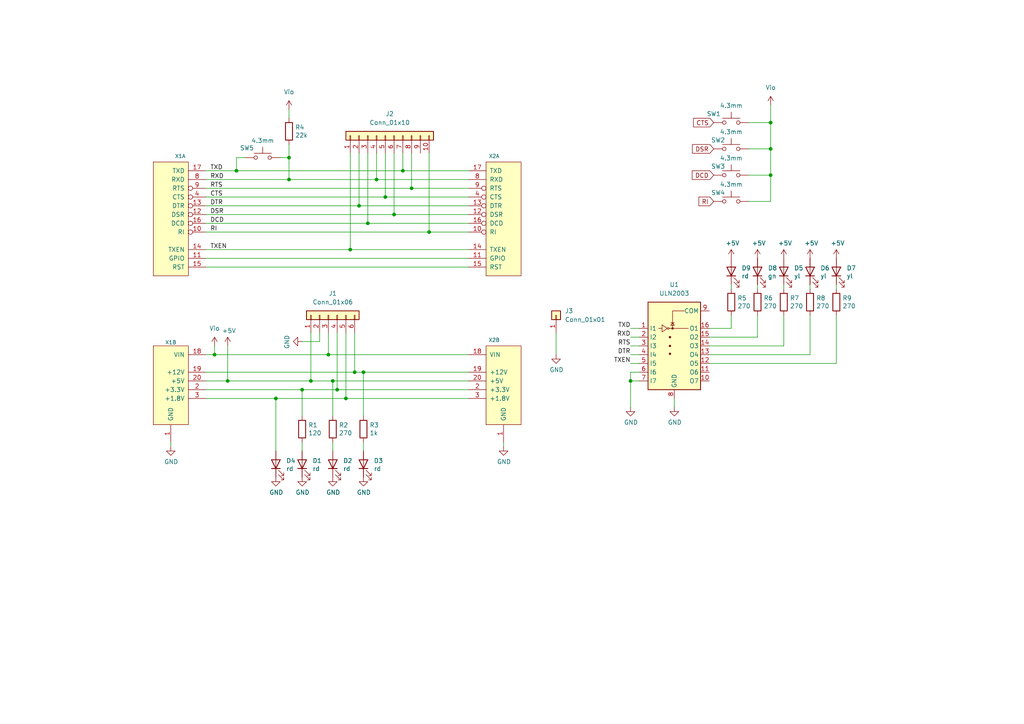
<source format=kicad_sch>
(kicad_sch (version 20250114) (generator "eeschema") (generator_version "9.0")
  (paper "A4")
  (lib_symbols
    (symbol "AllSerial:AllSerial_Connector" (pin_names (offset 1.016))
      (property "Reference" "X" (at -5.08 19.05 0))
      (symbol "AllSerial_Connector_1_0"
        (pin output line (at 10.16 15.24 180) (length 5.08) (name "TXD") (number "17"))
        (pin input line (at 10.16 12.7 180) (length 5.08) (name "RXD") (number "8"))
        (pin output inverted (at 10.16 10.16 180) (length 5.08) (name "RTS") (number "9"))
        (pin input inverted (at 10.16 7.62 180) (length 5.08) (name "CTS") (number "4"))
        (pin output inverted (at 10.16 5.08 180) (length 5.08) (name "DTR") (number "13"))
        (pin input inverted (at 10.16 2.54 180) (length 5.08) (name "DSR") (number "12"))
        (pin input inverted (at 10.16 0 180) (length 5.08) (name "DCD") (number "16"))
        (pin input inverted (at 10.16 -2.54 180) (length 5.08) (name "RI") (number "10"))
        (pin output line (at 10.16 -7.62 180) (length 5.08) (name "TXEN") (number "14"))
        (pin bidirectional line (at 10.16 -10.16 180) (length 5.08) (name "GPIO") (number "11"))
        (pin bidirectional line (at 10.16 -12.7 180) (length 5.08) (name "RST") (number "15"))
      )
      (symbol "AllSerial_Connector_1_1"
        (rectangle (start -5.08 17.78) (end 5.08 -15.24) (fill (type background)))
      )
      (symbol "AllSerial_Connector_2_0"
        (pin bidirectional line (at 0 -10.16 90) (length 5.08) (name "GND") (number "1"))
        (pin bidirectional line (at 10.16 15.24 180) (length 5.08) (name "VIN") (number "18"))
        (pin bidirectional line (at 10.16 10.16 180) (length 5.08) (name "+12V") (number "19"))
        (pin bidirectional line (at 10.16 7.62 180) (length 5.08) (name "+5V") (number "20"))
        (pin bidirectional line (at 10.16 5.08 180) (length 5.08) (name "+3.3V") (number "2"))
        (pin bidirectional line (at 10.16 2.54 180) (length 5.08) (name "+1.8V") (number "3"))
      )
      (symbol "AllSerial_Connector_2_1"
        (rectangle (start -5.08 17.78) (end 5.08 -5.08) (fill (type background)))
      )
      (symbol "AllSerial_Connector_3_0"
        (pin bidirectional line (at 10.16 15.24 180) (length 5.08) (name "VUSB") (number "7"))
        (pin bidirectional line (at 10.16 12.7 180) (length 5.08) (name "D+") (number "6"))
        (pin bidirectional line (at 10.16 10.16 180) (length 5.08) (name "D-") (number "5"))
      )
      (symbol "AllSerial_Connector_3_1"
        (rectangle (start -5.08 17.78) (end 5.08 7.62) (fill (type background)))
      )
    )
    (symbol "AllSerial:Vio" (power) (pin_names (offset 0))
      (property "Value" "Vio" (at 0 3.556 0))
      (symbol "Vio_0_1"
        (polyline (pts (xy -0.762 1.27) (xy 0 2.54)))
        (polyline (pts (xy 0 2.54) (xy 0.762 1.27)))
        (polyline (pts (xy 0 0) (xy 0 2.54)))
      )
      (symbol "Vio_1_1"
        (pin power_in line (at 0 0 90) (length 0) (hide yes) (name "Vio") (number "1"))
      )
    )
    (symbol "Connector_Generic:Conn_01x01" (pin_names (offset 1.016) (hide yes))
      (property "Reference" "J" (at 0 2.54 0))
      (property "Value" "Conn_01x01" (at 0 -2.54 0))
      (symbol "Conn_01x01_1_1"
        (rectangle (start -1.27 1.27) (end 1.27 -1.27) (stroke (width 0.254)) (fill (type background)))
        (rectangle (start -1.27 0.127) (end 0 -0.127) (stroke (width 0.1524)))
        (pin passive line (at -5.08 0 0) (length 3.81) (name "Pin_1") (number "1"))
      )
    )
    (symbol "Connector_Generic:Conn_01x06" (pin_names (offset 1.016) (hide yes))
      (property "Reference" "J" (at 0 7.62 0))
      (property "Value" "Conn_01x06" (at 0 -10.16 0))
      (symbol "Conn_01x06_1_1"
        (rectangle (start -1.27 6.35) (end 1.27 -8.89) (stroke (width 0.254)) (fill (type background)))
        (rectangle (start -1.27 5.207) (end 0 4.953) (stroke (width 0.1524)))
        (rectangle (start -1.27 2.667) (end 0 2.413) (stroke (width 0.1524)))
        (rectangle (start -1.27 0.127) (end 0 -0.127) (stroke (width 0.1524)))
        (rectangle (start -1.27 -2.413) (end 0 -2.667) (stroke (width 0.1524)))
        (rectangle (start -1.27 -4.953) (end 0 -5.207) (stroke (width 0.1524)))
        (rectangle (start -1.27 -7.493) (end 0 -7.747) (stroke (width 0.1524)))
        (pin passive line (at -5.08 5.08 0) (length 3.81) (name "Pin_1") (number "1"))
        (pin passive line (at -5.08 2.54 0) (length 3.81) (name "Pin_2") (number "2"))
        (pin passive line (at -5.08 0 0) (length 3.81) (name "Pin_3") (number "3"))
        (pin passive line (at -5.08 -2.54 0) (length 3.81) (name "Pin_4") (number "4"))
        (pin passive line (at -5.08 -5.08 0) (length 3.81) (name "Pin_5") (number "5"))
        (pin passive line (at -5.08 -7.62 0) (length 3.81) (name "Pin_6") (number "6"))
      )
    )
    (symbol "Connector_Generic:Conn_01x10" (pin_names (offset 1.016) (hide yes))
      (property "Reference" "J" (at 0 12.7 0))
      (property "Value" "Conn_01x10" (at 0 -15.24 0))
      (symbol "Conn_01x10_1_1"
        (rectangle (start -1.27 11.43) (end 1.27 -13.97) (stroke (width 0.254)) (fill (type background)))
        (rectangle (start -1.27 10.287) (end 0 10.033) (stroke (width 0.1524)))
        (rectangle (start -1.27 7.747) (end 0 7.493) (stroke (width 0.1524)))
        (rectangle (start -1.27 5.207) (end 0 4.953) (stroke (width 0.1524)))
        (rectangle (start -1.27 2.667) (end 0 2.413) (stroke (width 0.1524)))
        (rectangle (start -1.27 0.127) (end 0 -0.127) (stroke (width 0.1524)))
        (rectangle (start -1.27 -2.413) (end 0 -2.667) (stroke (width 0.1524)))
        (rectangle (start -1.27 -4.953) (end 0 -5.207) (stroke (width 0.1524)))
        (rectangle (start -1.27 -7.493) (end 0 -7.747) (stroke (width 0.1524)))
        (rectangle (start -1.27 -10.033) (end 0 -10.287) (stroke (width 0.1524)))
        (rectangle (start -1.27 -12.573) (end 0 -12.827) (stroke (width 0.1524)))
        (pin passive line (at -5.08 10.16 0) (length 3.81) (name "Pin_1") (number "1"))
        (pin passive line (at -5.08 7.62 0) (length 3.81) (name "Pin_2") (number "2"))
        (pin passive line (at -5.08 5.08 0) (length 3.81) (name "Pin_3") (number "3"))
        (pin passive line (at -5.08 2.54 0) (length 3.81) (name "Pin_4") (number "4"))
        (pin passive line (at -5.08 0 0) (length 3.81) (name "Pin_5") (number "5"))
        (pin passive line (at -5.08 -2.54 0) (length 3.81) (name "Pin_6") (number "6"))
        (pin passive line (at -5.08 -5.08 0) (length 3.81) (name "Pin_7") (number "7"))
        (pin passive line (at -5.08 -7.62 0) (length 3.81) (name "Pin_8") (number "8"))
        (pin passive line (at -5.08 -10.16 0) (length 3.81) (name "Pin_9") (number "9"))
        (pin passive line (at -5.08 -12.7 0) (length 3.81) (name "Pin_10") (number "10"))
      )
    )
    (symbol "Device:LED" (pin_numbers (hide yes)) (pin_names (offset 1.016) (hide yes))
      (property "Reference" "D" (at 0 2.54 0))
      (property "Value" "LED" (at 0 -2.54 0))
      (symbol "LED_0_1"
        (polyline (pts (xy -3.048 -0.762) (xy -4.572 -2.286) (xy -3.81 -2.286) (xy -4.572 -2.286) (xy -4.572 -1.524)))
        (polyline (pts (xy -1.778 -0.762) (xy -3.302 -2.286) (xy -2.54 -2.286) (xy -3.302 -2.286) (xy -3.302 -1.524)))
        (polyline (pts (xy -1.27 0) (xy 1.27 0)))
        (polyline (pts (xy -1.27 -1.27) (xy -1.27 1.27)) (stroke (width 0.254)))
        (polyline (pts (xy 1.27 -1.27) (xy 1.27 1.27) (xy -1.27 0) (xy 1.27 -1.27)) (stroke (width 0.254)))
      )
      (symbol "LED_1_1"
        (pin passive line (at -3.81 0 0) (length 2.54) (name "K") (number "1"))
        (pin passive line (at 3.81 0 180) (length 2.54) (name "A") (number "2"))
      )
    )
    (symbol "Device:R" (pin_numbers (hide yes)) (pin_names (offset 0))
      (property "Reference" "R" (at 2.032 0 90))
      (property "Value" "R" (at 0 0 90))
      (symbol "R_0_1"
        (rectangle (start -1.016 -2.54) (end 1.016 2.54) (stroke (width 0.254)))
      )
      (symbol "R_1_1"
        (pin passive line (at 0 3.81 270) (length 1.27) (name "~") (number "1"))
        (pin passive line (at 0 -3.81 90) (length 1.27) (name "~") (number "2"))
      )
    )
    (symbol "MainTester-rescue:+5V-power" (power) (pin_names (offset 0))
      (property "Value" "power_+5V" (at 0 3.556 0))
      (symbol "+5V-power_0_1"
        (polyline (pts (xy -0.762 1.27) (xy 0 2.54)))
        (polyline (pts (xy 0 2.54) (xy 0.762 1.27)))
        (polyline (pts (xy 0 0) (xy 0 2.54)))
      )
      (symbol "+5V-power_1_1"
        (pin power_in line (at 0 0 90) (length 0) (hide yes) (name "+5V") (number "1"))
      )
    )
    (symbol "MainTester-rescue:GND-power" (power) (pin_names (offset 0))
      (property "Value" "power_GND" (at 0 -3.81 0))
      (symbol "GND-power_0_1"
        (polyline (pts (xy 0 0) (xy 0 -1.27) (xy 1.27 -1.27) (xy 0 -2.54) (xy -1.27 -1.27) (xy 0 -1.27)))
      )
      (symbol "GND-power_1_1"
        (pin power_in line (at 0 0 270) (length 0) (hide yes) (name "GND") (number "1"))
      )
    )
    (symbol "Switch:SW_Push" (pin_numbers (hide yes)) (pin_names (offset 1.016) (hide yes))
      (property "Reference" "SW" (at 1.27 2.54 0))
      (property "Value" "SW_Push" (at 0 -1.524 0))
      (symbol "SW_Push_0_1"
        (circle (center -2.032 0) (radius 0.508))
        (polyline (pts (xy 0 1.27) (xy 0 3.048)))
        (circle (center 2.032 0) (radius 0.508))
        (polyline (pts (xy 2.54 1.27) (xy -2.54 1.27)))
        (pin passive line (at -5.08 0 0) (length 2.54) (name "1") (number "1"))
        (pin passive line (at 5.08 0 180) (length 2.54) (name "2") (number "2"))
      )
    )
    (symbol "Transistor_Array:ULN2003"
      (property "Reference" "U" (at 0 15.875 0))
      (property "Value" "ULN2003" (at 0 13.97 0))
      (symbol "ULN2003_0_1"
        (rectangle (start -7.62 -12.7) (end 7.62 12.7) (stroke (width 0.254)) (fill (type background)))
        (polyline (pts (xy -4.572 5.08) (xy -3.556 5.08)))
        (polyline (pts (xy -3.556 6.096) (xy -3.556 4.064) (xy -2.032 5.08) (xy -3.556 6.096)))
        (circle (center -1.778 5.08) (radius 0.254))
        (polyline (pts (xy -1.524 5.08) (xy 4.064 5.08)))
        (circle (center -1.27 2.54) (radius 0.254) (fill (type outline)))
        (circle (center -1.27 0) (radius 0.254) (fill (type outline)))
        (circle (center -1.27 -2.286) (radius 0.254) (fill (type outline)))
        (circle (center -0.508 5.08) (radius 0.254) (fill (type outline)))
        (polyline (pts (xy -0.508 5.08) (xy -0.508 10.16) (xy 2.921 10.16)))
        (polyline (pts (xy 0 6.731) (xy -1.016 6.731)))
        (polyline (pts (xy 0 5.969) (xy -1.016 5.969) (xy -0.508 6.731) (xy 0 5.969)))
      )
      (symbol "ULN2003_1_1"
        (pin input line (at -10.16 5.08 0) (length 2.54) (name "I1") (number "1"))
        (pin input line (at -10.16 2.54 0) (length 2.54) (name "I2") (number "2"))
        (pin input line (at -10.16 0 0) (length 2.54) (name "I3") (number "3"))
        (pin input line (at -10.16 -2.54 0) (length 2.54) (name "I4") (number "4"))
        (pin input line (at -10.16 -5.08 0) (length 2.54) (name "I5") (number "5"))
        (pin input line (at -10.16 -7.62 0) (length 2.54) (name "I6") (number "6"))
        (pin input line (at -10.16 -10.16 0) (length 2.54) (name "I7") (number "7"))
        (pin power_in line (at 0 -15.24 90) (length 2.54) (name "GND") (number "8"))
        (pin passive line (at 10.16 10.16 180) (length 2.54) (name "COM") (number "9"))
        (pin open_collector line (at 10.16 5.08 180) (length 2.54) (name "O1") (number "16"))
        (pin open_collector line (at 10.16 2.54 180) (length 2.54) (name "O2") (number "15"))
        (pin open_collector line (at 10.16 0 180) (length 2.54) (name "O3") (number "14"))
        (pin open_collector line (at 10.16 -2.54 180) (length 2.54) (name "O4") (number "13"))
        (pin open_collector line (at 10.16 -5.08 180) (length 2.54) (name "O5") (number "12"))
        (pin open_collector line (at 10.16 -7.62 180) (length 2.54) (name "O6") (number "11"))
        (pin open_collector line (at 10.16 -10.16 180) (length 2.54) (name "O7") (number "10"))
      )
    )
  )
  (junction (at 223.52 50.8))
  (junction (at 182.88 110.49))
  (junction (at 119.38 54.61))
  (junction (at 116.84 49.53))
  (junction (at 101.6 72.39))
  (junction (at 68.58 49.53))
  (junction (at 83.82 52.07))
  (junction (at 124.46 67.31))
  (junction (at 109.22 52.07))
  (junction (at 95.25 102.87))
  (junction (at 62.23 102.87))
  (junction (at 96.52 110.49))
  (junction (at 90.17 110.49))
  (junction (at 104.14 59.69))
  (junction (at 66.04 110.49))
  (junction (at 114.3 62.23))
  (junction (at 97.79 113.03))
  (junction (at 83.82 45.72))
  (junction (at 105.41 107.95))
  (junction (at 106.68 64.77))
  (junction (at 223.52 43.18))
  (junction (at 102.87 107.95))
  (junction (at 111.76 57.15))
  (junction (at 80.01 115.57))
  (junction (at 87.63 113.03))
  (junction (at 100.33 115.57))
  (junction (at 223.52 35.56))
  (wire (pts (xy 182.88 102.87) (xy 185.42 102.87)))
  (wire (pts (xy 49.53 129.54) (xy 49.53 128.27)))
  (wire (pts (xy 119.38 44.45) (xy 119.38 54.61)))
  (wire (pts (xy 59.69 64.77) (xy 106.68 64.77)))
  (wire (pts (xy 62.23 102.87) (xy 95.25 102.87)))
  (wire (pts (xy 95.25 96.52) (xy 95.25 102.87)))
  (wire (pts (xy 62.23 100.33) (xy 62.23 102.87)))
  (wire (pts (xy 217.17 35.56) (xy 223.52 35.56)))
  (wire (pts (xy 97.79 96.52) (xy 97.79 113.03)))
  (wire (pts (xy 182.88 110.49) (xy 182.88 118.11)))
  (wire (pts (xy 68.58 49.53) (xy 116.84 49.53)))
  (wire (pts (xy 205.74 95.25) (xy 212.09 95.25)))
  (wire (pts (xy 105.41 107.95) (xy 135.89 107.95)))
  (wire (pts (xy 182.88 100.33) (xy 185.42 100.33)))
  (wire (pts (xy 106.68 44.45) (xy 106.68 64.77)))
  (wire (pts (xy 83.82 52.07) (xy 109.22 52.07)))
  (wire (pts (xy 195.58 115.57) (xy 195.58 118.11)))
  (wire (pts (xy 212.09 83.82) (xy 212.09 82.55)))
  (wire (pts (xy 87.63 99.06) (xy 92.71 99.06)))
  (wire (pts (xy 62.23 102.87) (xy 59.69 102.87)))
  (wire (pts (xy 105.41 107.95) (xy 105.41 120.65)))
  (wire (pts (xy 109.22 44.45) (xy 109.22 52.07)))
  (wire (pts (xy 223.52 58.42) (xy 223.52 50.8)))
  (wire (pts (xy 227.33 83.82) (xy 227.33 82.55)))
  (wire (pts (xy 59.69 52.07) (xy 83.82 52.07)))
  (wire (pts (xy 104.14 59.69) (xy 135.89 59.69)))
  (wire (pts (xy 87.63 113.03) (xy 87.63 120.65)))
  (wire (pts (xy 80.01 115.57) (xy 80.01 130.81)))
  (wire (pts (xy 124.46 44.45) (xy 124.46 67.31)))
  (wire (pts (xy 182.88 97.79) (xy 185.42 97.79)))
  (wire (pts (xy 219.71 97.79) (xy 219.71 91.44)))
  (wire (pts (xy 102.87 96.52) (xy 102.87 107.95)))
  (wire (pts (xy 182.88 107.95) (xy 182.88 110.49)))
  (wire (pts (xy 242.57 83.82) (xy 242.57 82.55)))
  (wire (pts (xy 102.87 107.95) (xy 105.41 107.95)))
  (wire (pts (xy 90.17 110.49) (xy 96.52 110.49)))
  (wire (pts (xy 114.3 62.23) (xy 135.89 62.23)))
  (wire (pts (xy 217.17 50.8) (xy 223.52 50.8)))
  (wire (pts (xy 59.69 74.93) (xy 135.89 74.93)))
  (wire (pts (xy 146.05 129.54) (xy 146.05 128.27)))
  (wire (pts (xy 234.95 83.82) (xy 234.95 82.55)))
  (wire (pts (xy 223.52 50.8) (xy 223.52 43.18)))
  (wire (pts (xy 182.88 105.41) (xy 185.42 105.41)))
  (wire (pts (xy 205.74 100.33) (xy 227.33 100.33)))
  (wire (pts (xy 104.14 44.45) (xy 104.14 59.69)))
  (wire (pts (xy 182.88 95.25) (xy 185.42 95.25)))
  (wire (pts (xy 217.17 43.18) (xy 223.52 43.18)))
  (wire (pts (xy 59.69 72.39) (xy 101.6 72.39)))
  (wire (pts (xy 59.69 115.57) (xy 80.01 115.57)))
  (wire (pts (xy 66.04 110.49) (xy 90.17 110.49)))
  (wire (pts (xy 80.01 115.57) (xy 100.33 115.57)))
  (wire (pts (xy 97.79 113.03) (xy 135.89 113.03)))
  (wire (pts (xy 242.57 105.41) (xy 242.57 91.44)))
  (wire (pts (xy 83.82 41.91) (xy 83.82 45.72)))
  (wire (pts (xy 106.68 64.77) (xy 135.89 64.77)))
  (wire (pts (xy 227.33 100.33) (xy 227.33 91.44)))
  (wire (pts (xy 212.09 95.25) (xy 212.09 91.44)))
  (wire (pts (xy 59.69 59.69) (xy 104.14 59.69)))
  (wire (pts (xy 111.76 44.45) (xy 111.76 57.15)))
  (wire (pts (xy 101.6 44.45) (xy 101.6 72.39)))
  (wire (pts (xy 68.58 49.53) (xy 68.58 45.72)))
  (wire (pts (xy 185.42 107.95) (xy 182.88 107.95)))
  (wire (pts (xy 161.29 96.52) (xy 161.29 102.87)))
  (wire (pts (xy 92.71 99.06) (xy 92.71 96.52)))
  (wire (pts (xy 83.82 31.75) (xy 83.82 34.29)))
  (wire (pts (xy 219.71 83.82) (xy 219.71 82.55)))
  (wire (pts (xy 109.22 52.07) (xy 135.89 52.07)))
  (wire (pts (xy 87.63 128.27) (xy 87.63 130.81)))
  (wire (pts (xy 59.69 62.23) (xy 114.3 62.23)))
  (wire (pts (xy 100.33 115.57) (xy 135.89 115.57)))
  (wire (pts (xy 59.69 57.15) (xy 111.76 57.15)))
  (wire (pts (xy 68.58 45.72) (xy 71.12 45.72)))
  (wire (pts (xy 96.52 128.27) (xy 96.52 130.81)))
  (wire (pts (xy 205.74 97.79) (xy 219.71 97.79)))
  (wire (pts (xy 105.41 128.27) (xy 105.41 130.81)))
  (wire (pts (xy 59.69 110.49) (xy 66.04 110.49)))
  (wire (pts (xy 83.82 45.72) (xy 83.82 52.07)))
  (wire (pts (xy 182.88 110.49) (xy 185.42 110.49)))
  (wire (pts (xy 124.46 67.31) (xy 135.89 67.31)))
  (wire (pts (xy 96.52 110.49) (xy 96.52 120.65)))
  (wire (pts (xy 234.95 102.87) (xy 234.95 91.44)))
  (wire (pts (xy 205.74 102.87) (xy 234.95 102.87)))
  (wire (pts (xy 87.63 113.03) (xy 97.79 113.03)))
  (wire (pts (xy 90.17 96.52) (xy 90.17 110.49)))
  (wire (pts (xy 101.6 72.39) (xy 135.89 72.39)))
  (wire (pts (xy 205.74 105.41) (xy 242.57 105.41)))
  (wire (pts (xy 114.3 44.45) (xy 114.3 62.23)))
  (wire (pts (xy 223.52 35.56) (xy 223.52 30.48)))
  (wire (pts (xy 59.69 107.95) (xy 102.87 107.95)))
  (wire (pts (xy 59.69 49.53) (xy 68.58 49.53)))
  (wire (pts (xy 100.33 96.52) (xy 100.33 115.57)))
  (wire (pts (xy 59.69 67.31) (xy 124.46 67.31)))
  (wire (pts (xy 217.17 58.42) (xy 223.52 58.42)))
  (wire (pts (xy 59.69 54.61) (xy 119.38 54.61)))
  (wire (pts (xy 96.52 110.49) (xy 135.89 110.49)))
  (wire (pts (xy 66.04 100.33) (xy 66.04 110.49)))
  (wire (pts (xy 59.69 77.47) (xy 135.89 77.47)))
  (wire (pts (xy 223.52 43.18) (xy 223.52 35.56)))
  (wire (pts (xy 116.84 49.53) (xy 135.89 49.53)))
  (wire (pts (xy 81.28 45.72) (xy 83.82 45.72)))
  (wire (pts (xy 119.38 54.61) (xy 135.89 54.61)))
  (wire (pts (xy 95.25 102.87) (xy 135.89 102.87)))
  (wire (pts (xy 59.69 113.03) (xy 87.63 113.03)))
  (wire (pts (xy 111.76 57.15) (xy 135.89 57.15)))
  (wire (pts (xy 116.84 44.45) (xy 116.84 49.53)))
  (label "RTS" (at 60.96 54.61 0))
  (label "RXD" (at 182.88 97.79 180))
  (label "DCD" (at 60.96 64.77 0))
  (label "TXD" (at 182.88 95.25 180))
  (label "RI" (at 60.96 67.31 0))
  (label "RTS" (at 182.88 100.33 180))
  (label "DTR" (at 60.96 59.69 0))
  (label "DSR" (at 60.96 62.23 0))
  (label "RXD" (at 60.96 52.07 0))
  (label "TXEN" (at 60.96 72.39 0))
  (label "DTR" (at 182.88 102.87 180))
  (label "TXEN" (at 182.88 105.41 180))
  (label "CTS" (at 60.96 57.15 0))
  (label "TXD" (at 60.96 49.53 0))
  (global_label "RI" (shape input) (at 207.01 58.42 180) (property "Intersheetrefs" "${INTERSHEET_REFS}" (effects (hide yes))))
  (global_label "CTS" (shape input) (at 207.01 35.56 180) (property "Intersheetrefs" "${INTERSHEET_REFS}" (effects (hide yes))))
  (global_label "DSR" (shape input) (at 207.01 43.18 180) (property "Intersheetrefs" "${INTERSHEET_REFS}" (effects (hide yes))))
  (global_label "DCD" (shape input) (at 207.01 50.8 180) (property "Intersheetrefs" "${INTERSHEET_REFS}" (effects (hide yes))))
  (symbol (lib_id "AllSerial:AllSerial_Connector") (at 49.53 64.77 0) (unit 1)
    (property "Reference" "X1" (at 52.2732 45.2882 0) (effects (font (size 1.0668 1.0668))))
    (property "Value" "ALLSERIALSLAVE" (effects (hide yes)))
    (property "Footprint" "AllSerial:SlaveBoard" (effects (hide yes)))
  )
  (symbol (lib_id "AllSerial:AllSerial_Connector") (at 49.53 118.11 0) (unit 2)
    (property "Reference" "X1" (at 49.53 99.314 0) (effects (font (size 1.0668 1.0668))))
    (property "Value" "ALLSERIALSLAVE" (effects (hide yes)))
    (property "Footprint" "AllSerial:SlaveBoard" (effects (hide yes)))
  )
  (symbol (lib_id "Device:R") (at 87.63 124.46 180) (unit 1)
    (property "Reference" "R1" (at 89.408 123.2916 0) (effects (justify right)))
    (property "Value" "120" (at 89.408 125.603 0) (effects (justify right)))
    (property "Footprint" "Resistor_SMD:R_0805_2012Metric" (effects (hide yes)))
  )
  (symbol (lib_id "Device:R") (at 96.52 124.46 180) (unit 1)
    (property "Reference" "R2" (at 98.298 123.2916 0) (effects (justify right)))
    (property "Value" "270" (at 98.298 125.603 0) (effects (justify right)))
    (property "Footprint" "Resistor_SMD:R_0805_2012Metric" (effects (hide yes)))
  )
  (symbol (lib_id "Device:R") (at 105.41 124.46 180) (unit 1)
    (property "Reference" "R3" (at 107.188 123.2916 0) (effects (justify right)))
    (property "Value" "1k" (at 107.188 125.603 0) (effects (justify right)))
    (property "Footprint" "Resistor_SMD:R_0805_2012Metric" (effects (hide yes)))
  )
  (symbol (lib_id "Device:LED") (at 87.63 134.62 90) (unit 1)
    (property "Reference" "D1" (at 90.6272 133.6294 90) (effects (justify right)))
    (property "Value" "rd" (at 90.6272 135.9408 90) (effects (justify right)))
    (property "Footprint" "LED_SMD:LED_0805_2012Metric" (effects (hide yes)))
  )
  (symbol (lib_id "Device:LED") (at 96.52 134.62 90) (unit 1)
    (property "Reference" "D2" (at 99.5172 133.6294 90) (effects (justify right)))
    (property "Value" "rd" (at 99.5172 135.9408 90) (effects (justify right)))
    (property "Footprint" "LED_SMD:LED_0805_2012Metric" (effects (hide yes)))
  )
  (symbol (lib_id "Device:LED") (at 105.41 134.62 90) (unit 1)
    (property "Reference" "D3" (at 108.4072 133.6294 90) (effects (justify right)))
    (property "Value" "rd" (at 108.4072 135.9408 90) (effects (justify right)))
    (property "Footprint" "LED_SMD:LED_0805_2012Metric" (effects (hide yes)))
  )
  (symbol (lib_id "Switch:SW_Push") (at 212.09 35.56 0) (unit 1)
    (property "Reference" "SW1" (at 207.01 33.02 0))
    (property "Value" "4.3mm" (at 212.09 30.6324 0))
    (property "Footprint" "Button_Switch_SMD:SW_SPST_PTS645" (effects (hide yes)))
  )
  (symbol (lib_id "Switch:SW_Push") (at 212.09 50.8 0) (unit 1)
    (property "Reference" "SW3" (at 208.28 48.26 0))
    (property "Value" "4.3mm" (at 212.09 45.8724 0))
    (property "Footprint" "Button_Switch_SMD:SW_SPST_PTS645" (effects (hide yes)))
  )
  (symbol (lib_id "Switch:SW_Push") (at 212.09 43.18 0) (unit 1)
    (property "Reference" "SW2" (at 208.28 40.64 0))
    (property "Value" "4.3mm" (at 212.09 38.2524 0))
    (property "Footprint" "Button_Switch_SMD:SW_SPST_PTS645" (effects (hide yes)))
  )
  (symbol (lib_id "Switch:SW_Push") (at 212.09 58.42 0) (unit 1)
    (property "Reference" "SW4" (at 208.28 55.88 0))
    (property "Value" "4.3mm" (at 212.09 53.4924 0))
    (property "Footprint" "Button_Switch_SMD:SW_SPST_PTS645" (effects (hide yes)))
  )
  (symbol (lib_id "Device:R") (at 83.82 38.1 180) (unit 1)
    (property "Reference" "R4" (at 85.598 36.9316 0) (effects (justify right)))
    (property "Value" "22k" (at 85.598 39.243 0) (effects (justify right)))
    (property "Footprint" "Resistor_SMD:R_0805_2012Metric" (effects (hide yes)))
  )
  (symbol (lib_id "Switch:SW_Push") (at 76.2 45.72 0) (mirror y) (unit 1)
    (property "Reference" "SW5" (at 71.628 42.926 0))
    (property "Value" "4.3mm" (at 76.2 40.7924 0))
    (property "Footprint" "Button_Switch_SMD:SW_SPST_PTS645" (effects (hide yes)))
  )
  (symbol (lib_id "Device:R") (at 212.09 87.63 180) (unit 1)
    (property "Reference" "R5" (at 213.868 86.4616 0) (effects (justify right)))
    (property "Value" "270" (at 213.868 88.773 0) (effects (justify right)))
    (property "Footprint" "Resistor_SMD:R_0805_2012Metric" (effects (hide yes)))
  )
  (symbol (lib_id "Device:LED") (at 227.33 78.74 90) (unit 1)
    (property "Reference" "D5" (at 230.3272 77.7494 90) (effects (justify right)))
    (property "Value" "yl" (at 230.3272 80.0608 90) (effects (justify right)))
    (property "Footprint" "LED_SMD:LED_0805_2012Metric" (effects (hide yes)))
  )
  (symbol (lib_id "MainTester-rescue:+5V-power") (at 227.33 74.93 0) (unit 1)
    (property "Reference" "#PWR0107" (effects (hide yes)))
    (property "Value" "+5V" (at 227.711 70.5358 0))
  )
  (symbol (lib_id "MainTester-rescue:GND-power") (at 49.53 129.54 0) (unit 1)
    (property "Reference" "#PWR0108" (effects (hide yes)))
    (property "Value" "GND" (at 49.657 133.9342 0))
  )
  (symbol (lib_id "Device:R") (at 219.71 87.63 180) (unit 1)
    (property "Reference" "R6" (at 221.488 86.4616 0) (effects (justify right)))
    (property "Value" "270" (at 221.488 88.773 0) (effects (justify right)))
    (property "Footprint" "Resistor_SMD:R_0805_2012Metric" (effects (hide yes)))
  )
  (symbol (lib_id "Device:LED") (at 234.95 78.74 90) (unit 1)
    (property "Reference" "D6" (at 237.9472 77.7494 90) (effects (justify right)))
    (property "Value" "yl" (at 237.9472 80.0608 90) (effects (justify right)))
    (property "Footprint" "LED_SMD:LED_0805_2012Metric" (effects (hide yes)))
  )
  (symbol (lib_id "MainTester-rescue:+5V-power") (at 234.95 74.93 0) (unit 1)
    (property "Reference" "#PWR0110" (effects (hide yes)))
    (property "Value" "+5V" (at 235.331 70.5358 0))
  )
  (symbol (lib_id "MainTester-rescue:GND-power") (at 87.63 138.43 0) (unit 1)
    (property "Reference" "#PWR0112" (effects (hide yes)))
    (property "Value" "GND" (at 87.757 142.8242 0))
  )
  (symbol (lib_id "MainTester-rescue:GND-power") (at 96.52 138.43 0) (unit 1)
    (property "Reference" "#PWR0113" (effects (hide yes)))
    (property "Value" "GND" (at 96.647 142.8242 0))
  )
  (symbol (lib_id "MainTester-rescue:GND-power") (at 105.41 138.43 0) (unit 1)
    (property "Reference" "#PWR0114" (effects (hide yes)))
    (property "Value" "GND" (at 105.537 142.8242 0))
  )
  (symbol (lib_id "Device:LED") (at 80.01 134.62 90) (unit 1)
    (property "Reference" "D4" (at 83.0072 133.6294 90) (effects (justify right)))
    (property "Value" "rd" (at 83.0072 135.9408 90) (effects (justify right)))
    (property "Footprint" "LED_SMD:LED_0805_2012Metric" (effects (hide yes)))
  )
  (symbol (lib_id "MainTester-rescue:GND-power") (at 80.01 138.43 0) (unit 1)
    (property "Reference" "#PWR0115" (effects (hide yes)))
    (property "Value" "GND" (at 80.137 142.8242 0))
  )
  (symbol (lib_id "Device:R") (at 227.33 87.63 180) (unit 1)
    (property "Reference" "R7" (at 229.108 86.4616 0) (effects (justify right)))
    (property "Value" "270" (at 229.108 88.773 0) (effects (justify right)))
    (property "Footprint" "Resistor_SMD:R_0805_2012Metric" (effects (hide yes)))
  )
  (symbol (lib_id "Device:LED") (at 242.57 78.74 90) (unit 1)
    (property "Reference" "D7" (at 245.5672 77.7494 90) (effects (justify right)))
    (property "Value" "yl" (at 245.5672 80.0608 90) (effects (justify right)))
    (property "Footprint" "LED_SMD:LED_0805_2012Metric" (effects (hide yes)))
  )
  (symbol (lib_id "MainTester-rescue:+5V-power") (at 242.57 74.93 0) (unit 1)
    (property "Reference" "#PWR0116" (effects (hide yes)))
    (property "Value" "+5V" (at 242.951 70.5358 0))
  )
  (symbol (lib_id "MainTester-rescue:GND-power") (at 87.63 99.06 270) (unit 1)
    (property "Reference" "#PWR0118" (effects (hide yes)))
    (property "Value" "GND" (at 83.2358 99.187 0))
  )
  (symbol (lib_id "MainTester-rescue:+5V-power") (at 219.71 74.93 0) (unit 1)
    (property "Reference" "#PWR0120" (effects (hide yes)))
    (property "Value" "+5V" (at 220.091 70.5358 0))
  )
  (symbol (lib_id "MainTester-rescue:GND-power") (at 195.58 118.11 0) (unit 1)
    (property "Reference" "#PWR0122" (effects (hide yes)))
    (property "Value" "GND" (at 195.707 122.5042 0))
  )
  (symbol (lib_id "MainTester-rescue:+5V-power") (at 66.04 100.33 0) (unit 1)
    (property "Reference" "#PWR0123" (effects (hide yes)))
    (property "Value" "+5V" (at 66.421 95.9358 0))
  )
  (symbol (lib_id "AllSerial:AllSerial_Connector") (at 146.05 118.11 0) (mirror y) (unit 2)
    (property "Reference" "X2" (at 143.3068 98.6282 0) (effects (font (size 1.0668 1.0668))))
    (property "Value" "ALLSERIALSLAVE" (effects (hide yes)))
    (property "Footprint" "AllSerial:Master PinSocket" (effects (hide yes)))
  )
  (symbol (lib_id "Connector_Generic:Conn_01x01") (at 161.29 91.44 90) (unit 1)
    (property "Reference" "J3" (at 163.83 90.1699 90) (effects (justify right)))
    (property "Value" "Conn_01x01" (at 163.83 92.7099 90) (effects (justify right)))
    (property "Footprint" "Connector_PinHeader_2.54mm:PinHeader_1x01_P2.54mm_Vertical" (effects (hide yes)))
    (property "Description" "Generic connector, single row, 01x01, script generated (kicad-library-utils/schlib/autogen/connector/)" (effects (hide yes)))
  )
  (symbol (lib_id "MainTester-rescue:+5V-power") (at 212.09 74.93 0) (unit 1)
    (property "Reference" "#PWR0121" (effects (hide yes)))
    (property "Value" "+5V" (at 212.471 70.5358 0))
  )
  (symbol (lib_id "AllSerial:Vio") (at 223.52 30.48 0) (unit 1)
    (property "Reference" "#PWR03" (effects (hide yes)))
    (property "Value" "Vio" (at 223.52 25.4 0))
    (property "Description" "Power symbol creates a global label with name \"+5V\"" (effects (hide yes)))
  )
  (symbol (lib_id "AllSerial:Vio") (at 83.82 31.75 0) (unit 1)
    (property "Reference" "#PWR02" (effects (hide yes)))
    (property "Value" "Vio" (at 83.82 26.67 0))
    (property "Description" "Power symbol creates a global label with name \"+5V\"" (effects (hide yes)))
  )
  (symbol (lib_id "Connector_Generic:Conn_01x10") (at 111.76 39.37 90) (unit 1)
    (property "Reference" "J2" (at 113.03 33.02 90))
    (property "Value" "Conn_01x10" (at 113.03 35.56 90))
    (property "Footprint" "Connector_PinHeader_2.54mm:PinHeader_2x05_P2.54mm_Vertical" (effects (hide yes)))
    (property "Description" "Generic connector, single row, 01x10, script generated (kicad-library-utils/schlib/autogen/connector/)" (effects (hide yes)))
  )
  (symbol (lib_id "MainTester-rescue:GND-power") (at 161.29 102.87 0) (unit 1)
    (property "Reference" "#PWR0125" (effects (hide yes)))
    (property "Value" "GND" (at 161.417 107.2642 0))
  )
  (symbol (lib_id "Transistor_Array:ULN2003") (at 195.58 100.33 0) (unit 1)
    (property "Reference" "U1" (at 195.58 82.55 0))
    (property "Value" "ULN2003" (at 195.58 85.09 0))
    (property "Footprint" "Package_SO:SO-16_3.9x9.9mm_P1.27mm" (effects (hide yes)))
    (property "Datasheet" "http://www.ti.com/lit/ds/symlink/uln2003a.pdf" (effects (hide yes)))
    (property "Description" "High Voltage, High Current Darlington Transistor Arrays, SOIC16/SOIC16W/DIP16/TSSOP16" (effects (hide yes)))
  )
  (symbol (lib_id "Device:LED") (at 219.71 78.74 90) (unit 1)
    (property "Reference" "D8" (at 222.7072 77.7494 90) (effects (justify right)))
    (property "Value" "gn" (at 222.7072 80.0608 90) (effects (justify right)))
    (property "Footprint" "LED_SMD:LED_0805_2012Metric" (effects (hide yes)))
  )
  (symbol (lib_id "MainTester-rescue:GND-power") (at 146.05 129.54 0) (unit 1)
    (property "Reference" "#PWR0119" (effects (hide yes)))
    (property "Value" "GND" (at 146.177 133.9342 0))
  )
  (symbol (lib_id "AllSerial:Vio") (at 62.23 100.33 0) (unit 1)
    (property "Reference" "#PWR01" (effects (hide yes)))
    (property "Value" "Vio" (at 62.23 95.25 0))
    (property "Description" "Power symbol creates a global label with name \"+5V\"" (effects (hide yes)))
  )
  (symbol (lib_id "Device:LED") (at 212.09 78.74 90) (unit 1)
    (property "Reference" "D9" (at 215.0872 77.7494 90) (effects (justify right)))
    (property "Value" "rd" (at 215.0872 80.0608 90) (effects (justify right)))
    (property "Footprint" "LED_SMD:LED_0805_2012Metric" (effects (hide yes)))
  )
  (symbol (lib_id "Device:R") (at 234.95 87.63 180) (unit 1)
    (property "Reference" "R8" (at 236.728 86.4616 0) (effects (justify right)))
    (property "Value" "270" (at 236.728 88.773 0) (effects (justify right)))
    (property "Footprint" "Resistor_SMD:R_0805_2012Metric" (effects (hide yes)))
  )
  (symbol (lib_id "MainTester-rescue:GND-power") (at 182.88 118.11 0) (unit 1)
    (property "Reference" "#PWR0124" (effects (hide yes)))
    (property "Value" "GND" (at 183.007 122.5042 0))
  )
  (symbol (lib_id "Connector_Generic:Conn_01x06") (at 95.25 91.44 90) (unit 1)
    (property "Reference" "J1" (at 96.52 85.09 90))
    (property "Value" "Conn_01x06" (at 96.52 87.63 90))
    (property "Footprint" "Connector_PinHeader_2.54mm:PinHeader_2x03_P2.54mm_Vertical" (effects (hide yes)))
    (property "Description" "Generic connector, single row, 01x06, script generated (kicad-library-utils/schlib/autogen/connector/)" (effects (hide yes)))
  )
  (symbol (lib_id "Device:R") (at 242.57 87.63 180) (unit 1)
    (property "Reference" "R9" (at 244.348 86.4616 0) (effects (justify right)))
    (property "Value" "270" (at 244.348 88.773 0) (effects (justify right)))
    (property "Footprint" "Resistor_SMD:R_0805_2012Metric" (effects (hide yes)))
  )
  (symbol (lib_id "AllSerial:AllSerial_Connector") (at 146.05 64.77 0) (mirror y) (unit 1)
    (property "Reference" "X2" (at 143.3068 45.2882 0) (effects (font (size 1.0668 1.0668))))
    (property "Value" "ALLSERIALSLAVE" (effects (hide yes)))
    (property "Footprint" "AllSerial:Master PinSocket" (effects (hide yes)))
  )
)
</source>
